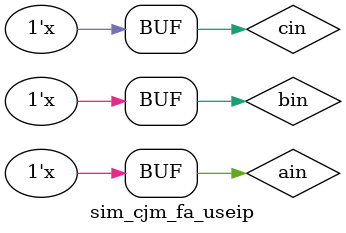
<source format=v>
`timescale 1ns / 1ps


module sim_cjm_fa_useip();
reg ain,bin,cin;
wire cout,sum;
initial
    begin
        ain = 1'b0;bin = 1'b0;cin = 1'b0;
    end
always #20 {ain,bin,cin} = {ain,bin,cin} + 1;
cjm_fa_useip cjm_fa_useip1(ain,bin,cin,sum,cout);
endmodule

</source>
